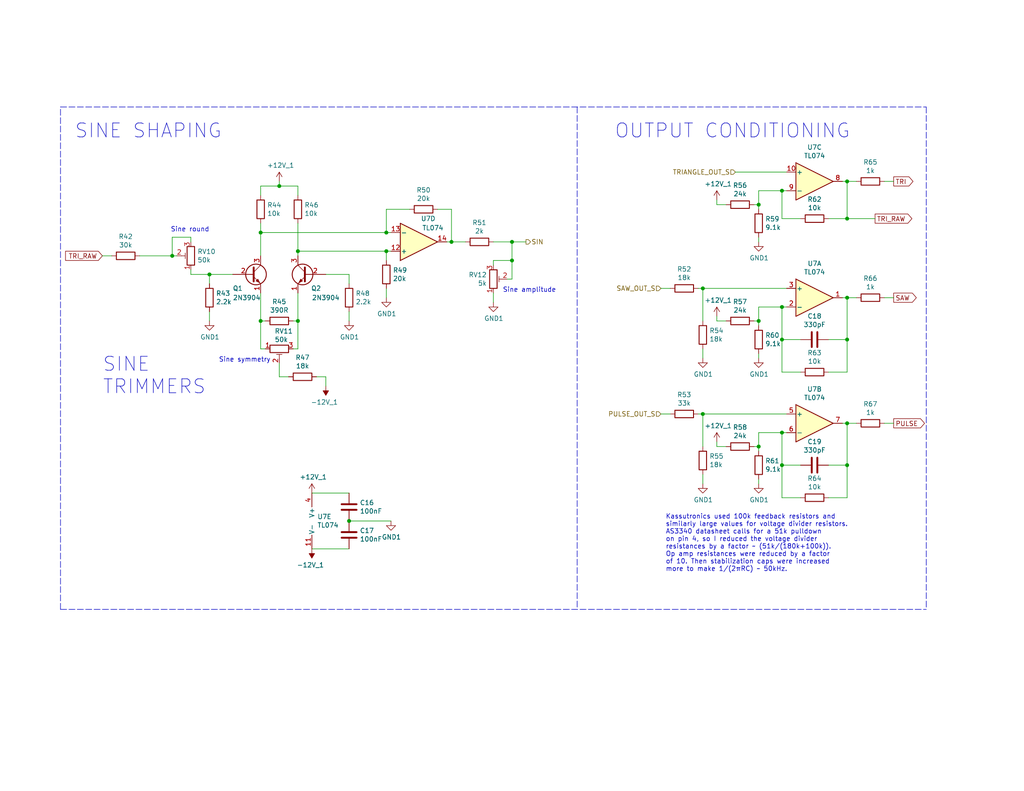
<source format=kicad_sch>
(kicad_sch (version 20211123) (generator eeschema)
  (paper "USLetter")
  (title_block (title "Sidekick VCO") (date "2022-01-30") (company "Rich Holmes / Analog Output") (comment 1 "or neighboring rights to this work. Published from United States.") (comment 2 "To the extent possible under law, Richard Holmes has waived all copyright and related ") (comment 3 "Partly based on designs by Kassutronics, Thomas Henry, and LMNC"))
  (lib_symbols
    (symbol "ao_symbols:+12V_1" (power) (pin_names (offset 0))
      (property "Value" "+12V_1" (at 0 3.556 0))
      (symbol "+12V_1_0_1"
        (polyline (pts (xy -0.762 1.27) (xy 0 2.54)))
        (polyline (pts (xy 0 0) (xy 0 2.54)))
        (polyline (pts (xy 0 2.54) (xy 0.762 1.27)))
      )
      (symbol "+12V_1_1_1"
        (pin power_in line (at 0 0 90) (length 0) hide (name "+12V_1") (number "1"))
      )
    )
    (symbol "ao_symbols:-12V_1" (power) (pin_names (offset 0))
      (property "Value" "-12V_1" (at 0 3.81 0))
      (symbol "-12V_1_0_0"
        (pin power_in line (at 0 0 90) (length 0) hide (name "-12V_1") (number "1"))
      )
      (symbol "-12V_1_0_1"
        (polyline (pts (xy 0 0) (xy 0 1.27) (xy 0.762 1.27) (xy 0 2.54) (xy -0.762 1.27) (xy 0 1.27)) (fill (type outline)))
      )
    )
    (symbol "ao_symbols:2N3904" (pin_names (offset 0) hide)
      (property "Reference" "Q" (at 5.08 1.905 0))
      (property "Value" "2N3904" (at 5.08 0 0))
      (symbol "2N3904_0_1"
        (polyline (pts (xy 0.635 0.635) (xy 2.54 2.54)))
        (polyline (pts (xy 0.635 -0.635) (xy 2.54 -2.54) (xy 2.54 -2.54)))
        (polyline (pts (xy 0.635 1.905) (xy 0.635 -1.905) (xy 0.635 -1.905)) (stroke (width 0.508)))
        (polyline (pts (xy 1.27 -1.778) (xy 1.778 -1.27) (xy 2.286 -2.286) (xy 1.27 -1.778) (xy 1.27 -1.778)) (fill (type outline)))
        (circle (center 1.27 0) (radius 2.8194) (stroke (width 0.254)))
      )
      (symbol "2N3904_1_1"
        (pin passive line (at 2.54 -5.08 90) (length 2.54) (name "E") (number "1"))
        (pin passive line (at -5.08 0 0) (length 5.715) (name "B") (number "2"))
        (pin passive line (at 2.54 5.08 270) (length 2.54) (name "C") (number "3"))
      )
    )
    (symbol "ao_symbols:C" (pin_numbers hide) (pin_names (offset 0.254))
      (property "Reference" "C" (at 0.635 2.54 0))
      (property "Value" "C" (at 0.635 -2.54 0))
      (symbol "C_0_1"
        (polyline (pts (xy -2.032 -0.762) (xy 2.032 -0.762)) (stroke (width 0.508)))
        (polyline (pts (xy -2.032 0.762) (xy 2.032 0.762)) (stroke (width 0.508)))
      )
      (symbol "C_1_1"
        (pin passive line (at 0 3.81 270) (length 2.794) (name "~") (number "1"))
        (pin passive line (at 0 -3.81 90) (length 2.794) (name "~") (number "2"))
      )
    )
    (symbol "ao_symbols:R" (pin_numbers hide) (pin_names (offset 0))
      (property "Reference" "R" (at 2.032 0 90))
      (property "Value" "R" (at 0 0 90))
      (symbol "R_0_1"
        (rectangle (start -1.016 -2.54) (end 1.016 2.54) (stroke (width 0.254)))
      )
      (symbol "R_1_1"
        (pin passive line (at 0 3.81 270) (length 1.27) (name "~") (number "1"))
        (pin passive line (at 0 -3.81 90) (length 1.27) (name "~") (number "2"))
      )
    )
    (symbol "ao_symbols:R_POT_TRIM_3296W" (pin_names (offset 1.016) hide)
      (property "Reference" "RV" (at -4.445 0 90))
      (property "Value" "R_POT_TRIM_3296W" (at -2.54 0 90))
      (symbol "R_POT_TRIM_3296W_0_1"
        (polyline (pts (xy 1.524 0.762) (xy 1.524 -0.762)))
        (polyline (pts (xy 2.54 0) (xy 1.524 0)))
        (rectangle (start 1.016 2.54) (end -1.016 -2.54) (stroke (width 0.254)))
      )
      (symbol "R_POT_TRIM_3296W_1_1"
        (pin passive line (at 0 3.81 270) (length 1.27) (name "1") (number "1"))
        (pin passive line (at 3.81 0 180) (length 1.27) (name "2") (number "2"))
        (pin passive line (at 0 -3.81 90) (length 1.27) (name "3") (number "3"))
      )
    )
    (symbol "ao_symbols:TL074" (pin_names (offset 0.127))
      (property "Reference" "U" (at 0 5.08 0))
      (property "Value" "TL074" (at 0 -5.08 0))
      (symbol "TL074_1_1"
        (polyline (pts (xy -5.08 5.08) (xy 5.08 0) (xy -5.08 -5.08) (xy -5.08 5.08)) (stroke (width 0.254)) (fill (type background)))
        (pin output line (at 7.62 0 180) (length 2.54) (name "~") (number "1"))
        (pin input line (at -7.62 -2.54 0) (length 2.54) (name "-") (number "2"))
        (pin input line (at -7.62 2.54 0) (length 2.54) (name "+") (number "3"))
      )
      (symbol "TL074_2_1"
        (polyline (pts (xy -5.08 5.08) (xy 5.08 0) (xy -5.08 -5.08) (xy -5.08 5.08)) (stroke (width 0.254)) (fill (type background)))
        (pin input line (at -7.62 2.54 0) (length 2.54) (name "+") (number "5"))
        (pin input line (at -7.62 -2.54 0) (length 2.54) (name "-") (number "6"))
        (pin output line (at 7.62 0 180) (length 2.54) (name "~") (number "7"))
      )
      (symbol "TL074_3_1"
        (polyline (pts (xy -5.08 5.08) (xy 5.08 0) (xy -5.08 -5.08) (xy -5.08 5.08)) (stroke (width 0.254)) (fill (type background)))
        (pin input line (at -7.62 2.54 0) (length 2.54) (name "+") (number "10"))
        (pin output line (at 7.62 0 180) (length 2.54) (name "~") (number "8"))
        (pin input line (at -7.62 -2.54 0) (length 2.54) (name "-") (number "9"))
      )
      (symbol "TL074_4_1"
        (polyline (pts (xy -5.08 5.08) (xy 5.08 0) (xy -5.08 -5.08) (xy -5.08 5.08)) (stroke (width 0.254)) (fill (type background)))
        (pin input line (at -7.62 2.54 0) (length 2.54) (name "+") (number "12"))
        (pin input line (at -7.62 -2.54 0) (length 2.54) (name "-") (number "13"))
        (pin output line (at 7.62 0 180) (length 2.54) (name "~") (number "14"))
      )
      (symbol "TL074_5_1"
        (pin power_in line (at -2.54 -7.62 90) (length 3.81) (name "V-") (number "11"))
        (pin power_in line (at -2.54 7.62 270) (length 3.81) (name "V+") (number "4"))
      )
    )
    (symbol "power:GND1" (power) (pin_names (offset 0))
      (property "Value" "GND1" (at 0 -3.81 0))
      (symbol "GND1_0_1"
        (polyline (pts (xy 0 0) (xy 0 -1.27) (xy 1.27 -1.27) (xy 0 -2.54) (xy -1.27 -1.27) (xy 0 -1.27)))
      )
      (symbol "GND1_1_1"
        (pin power_in line (at 0 0 270) (length 0) hide (name "GND1") (number "1"))
      )
    )
  )
  (junction (at 213.36 92.71))
  (junction (at 213.36 118.11))
  (junction (at 231.14 115.57))
  (junction (at 81.28 87.63))
  (junction (at 231.14 127))
  (junction (at 231.14 49.53))
  (junction (at 46.99 69.85))
  (junction (at 191.77 113.03))
  (junction (at 207.01 121.92))
  (junction (at 213.36 127))
  (junction (at 57.15 74.93))
  (junction (at 71.12 63.5))
  (junction (at 81.28 68.58))
  (junction (at 231.14 92.71))
  (junction (at 105.41 68.58))
  (junction (at 139.7 71.12))
  (junction (at 231.14 59.69))
  (junction (at 213.36 52.07))
  (junction (at 207.01 55.88))
  (junction (at 231.14 81.28))
  (junction (at 139.7 66.04))
  (junction (at 207.01 87.63))
  (junction (at 191.77 78.74))
  (junction (at 71.12 87.63))
  (junction (at 76.2 50.8))
  (junction (at 213.36 83.82))
  (junction (at 95.25 142.24))
  (junction (at 105.41 63.5))
  (junction (at 123.19 66.04))
  (wire (pts (xy 231.14 49.53) (xy 229.87 49.53)))
  (wire (pts (xy 207.01 83.82) (xy 213.36 83.82)))
  (wire (pts (xy 213.36 135.89) (xy 213.36 127)))
  (wire (pts (xy 52.07 64.77) (xy 46.99 64.77)))
  (wire (pts (xy 191.77 121.92) (xy 191.77 113.03)))
  (wire (pts (xy 139.7 71.12) (xy 139.7 76.2)))
  (wire (pts (xy 207.01 64.77) (xy 207.01 66.04)))
  (wire (pts (xy 134.62 71.12) (xy 139.7 71.12)))
  (wire (pts (xy 76.2 99.06) (xy 76.2 102.87)))
  (wire (pts (xy 106.68 142.24) (xy 95.25 142.24)))
  (wire (pts (xy 213.36 118.11) (xy 214.63 118.11)))
  (wire (pts (xy 119.38 57.15) (xy 123.19 57.15)))
  (wire (pts (xy 205.74 121.92) (xy 207.01 121.92)))
  (wire (pts (xy 229.87 81.28) (xy 231.14 81.28)))
  (wire (pts (xy 123.19 57.15) (xy 123.19 66.04)))
  (wire (pts (xy 190.5 78.74) (xy 191.77 78.74)))
  (wire (pts (xy 105.41 78.74) (xy 105.41 81.28)))
  (wire (pts (xy 52.07 74.93) (xy 57.15 74.93)))
  (wire (pts (xy 213.36 101.6) (xy 213.36 92.71)))
  (wire (pts (xy 139.7 66.04) (xy 143.51 66.04)))
  (polyline (pts (xy 157.48 29.21) (xy 157.48 166.37)))
  (wire (pts (xy 213.36 59.69) (xy 218.44 59.69)))
  (wire (pts (xy 123.19 66.04) (xy 121.92 66.04)))
  (wire (pts (xy 88.9 74.93) (xy 95.25 74.93)))
  (wire (pts (xy 134.62 71.12) (xy 134.62 72.39)))
  (polyline (pts (xy 252.73 29.21) (xy 252.73 166.37)))
  (wire (pts (xy 80.01 95.25) (xy 81.28 95.25)))
  (wire (pts (xy 207.01 57.15) (xy 207.01 55.88)))
  (wire (pts (xy 231.14 127) (xy 231.14 135.89)))
  (wire (pts (xy 71.12 63.5) (xy 71.12 60.96)))
  (wire (pts (xy 81.28 69.85) (xy 81.28 68.58)))
  (wire (pts (xy 191.77 132.08) (xy 191.77 129.54)))
  (wire (pts (xy 71.12 69.85) (xy 71.12 63.5)))
  (wire (pts (xy 231.14 115.57) (xy 231.14 127)))
  (wire (pts (xy 95.25 74.93) (xy 95.25 77.47)))
  (wire (pts (xy 231.14 81.28) (xy 231.14 92.71)))
  (wire (pts (xy 139.7 76.2) (xy 138.43 76.2)))
  (wire (pts (xy 57.15 74.93) (xy 57.15 77.47)))
  (wire (pts (xy 218.44 92.71) (xy 213.36 92.71)))
  (wire (pts (xy 226.06 127) (xy 231.14 127)))
  (wire (pts (xy 71.12 63.5) (xy 105.41 63.5)))
  (wire (pts (xy 191.77 87.63) (xy 191.77 78.74)))
  (wire (pts (xy 207.01 55.88) (xy 207.01 52.07)))
  (wire (pts (xy 52.07 64.77) (xy 52.07 66.04)))
  (polyline (pts (xy 16.51 166.37) (xy 252.73 166.37)))
  (wire (pts (xy 46.99 64.77) (xy 46.99 69.85)))
  (wire (pts (xy 213.36 83.82) (xy 214.63 83.82)))
  (wire (pts (xy 231.14 115.57) (xy 229.87 115.57)))
  (wire (pts (xy 195.58 54.61) (xy 195.58 55.88)))
  (wire (pts (xy 231.14 92.71) (xy 231.14 101.6)))
  (wire (pts (xy 195.58 55.88) (xy 198.12 55.88)))
  (wire (pts (xy 195.58 120.65) (xy 195.58 121.92)))
  (wire (pts (xy 86.36 102.87) (xy 88.9 102.87)))
  (wire (pts (xy 218.44 101.6) (xy 213.36 101.6)))
  (wire (pts (xy 57.15 85.09) (xy 57.15 87.63)))
  (wire (pts (xy 207.01 87.63) (xy 207.01 83.82)))
  (wire (pts (xy 231.14 59.69) (xy 231.14 49.53)))
  (wire (pts (xy 72.39 87.63) (xy 71.12 87.63)))
  (wire (pts (xy 111.76 57.15) (xy 105.41 57.15)))
  (wire (pts (xy 195.58 87.63) (xy 198.12 87.63)))
  (wire (pts (xy 180.34 78.74) (xy 182.88 78.74)))
  (wire (pts (xy 195.58 121.92) (xy 198.12 121.92)))
  (wire (pts (xy 81.28 53.34) (xy 81.28 50.8)))
  (wire (pts (xy 71.12 87.63) (xy 71.12 95.25)))
  (wire (pts (xy 207.01 130.81) (xy 207.01 132.08)))
  (wire (pts (xy 231.14 81.28) (xy 233.68 81.28)))
  (wire (pts (xy 134.62 66.04) (xy 139.7 66.04)))
  (wire (pts (xy 134.62 82.55) (xy 134.62 80.01)))
  (wire (pts (xy 80.01 87.63) (xy 81.28 87.63)))
  (wire (pts (xy 207.01 121.92) (xy 207.01 118.11)))
  (wire (pts (xy 191.77 78.74) (xy 214.63 78.74)))
  (wire (pts (xy 207.01 52.07) (xy 213.36 52.07)))
  (wire (pts (xy 27.94 69.85) (xy 30.48 69.85)))
  (wire (pts (xy 207.01 118.11) (xy 213.36 118.11)))
  (wire (pts (xy 81.28 87.63) (xy 81.28 95.25)))
  (wire (pts (xy 190.5 113.03) (xy 191.77 113.03)))
  (wire (pts (xy 105.41 68.58) (xy 106.68 68.58)))
  (wire (pts (xy 85.09 134.62) (xy 95.25 134.62)))
  (wire (pts (xy 226.06 59.69) (xy 231.14 59.69)))
  (wire (pts (xy 46.99 69.85) (xy 48.26 69.85)))
  (wire (pts (xy 205.74 87.63) (xy 207.01 87.63)))
  (wire (pts (xy 71.12 80.01) (xy 71.12 87.63)))
  (wire (pts (xy 231.14 135.89) (xy 226.06 135.89)))
  (wire (pts (xy 105.41 71.12) (xy 105.41 68.58)))
  (wire (pts (xy 226.06 92.71) (xy 231.14 92.71)))
  (wire (pts (xy 76.2 49.53) (xy 76.2 50.8)))
  (polyline (pts (xy 16.51 166.37) (xy 16.51 29.21)))
  (wire (pts (xy 52.07 74.93) (xy 52.07 73.66)))
  (wire (pts (xy 81.28 50.8) (xy 76.2 50.8)))
  (wire (pts (xy 238.76 59.69) (xy 231.14 59.69)))
  (wire (pts (xy 71.12 95.25) (xy 72.39 95.25)))
  (polyline (pts (xy 16.51 29.21) (xy 252.73 29.21)))
  (wire (pts (xy 241.3 49.53) (xy 243.84 49.53)))
  (wire (pts (xy 191.77 113.03) (xy 214.63 113.03)))
  (wire (pts (xy 57.15 74.93) (xy 63.5 74.93)))
  (wire (pts (xy 205.74 55.88) (xy 207.01 55.88)))
  (wire (pts (xy 95.25 85.09) (xy 95.25 87.63)))
  (wire (pts (xy 123.19 66.04) (xy 127 66.04)))
  (wire (pts (xy 81.28 80.01) (xy 81.28 87.63)))
  (wire (pts (xy 78.74 102.87) (xy 76.2 102.87)))
  (wire (pts (xy 180.34 113.03) (xy 182.88 113.03)))
  (wire (pts (xy 213.36 127) (xy 213.36 118.11)))
  (wire (pts (xy 243.84 115.57) (xy 241.3 115.57)))
  (wire (pts (xy 200.66 46.99) (xy 214.63 46.99)))
  (wire (pts (xy 71.12 50.8) (xy 76.2 50.8)))
  (wire (pts (xy 207.01 88.9) (xy 207.01 87.63)))
  (wire (pts (xy 213.36 92.71) (xy 213.36 83.82)))
  (wire (pts (xy 207.01 96.52) (xy 207.01 97.79)))
  (wire (pts (xy 81.28 68.58) (xy 105.41 68.58)))
  (wire (pts (xy 243.84 81.28) (xy 241.3 81.28)))
  (wire (pts (xy 214.63 52.07) (xy 213.36 52.07)))
  (wire (pts (xy 231.14 49.53) (xy 233.68 49.53)))
  (wire (pts (xy 71.12 53.34) (xy 71.12 50.8)))
  (wire (pts (xy 81.28 68.58) (xy 81.28 60.96)))
  (wire (pts (xy 105.41 63.5) (xy 106.68 63.5)))
  (wire (pts (xy 218.44 135.89) (xy 213.36 135.89)))
  (wire (pts (xy 207.01 123.19) (xy 207.01 121.92)))
  (wire (pts (xy 231.14 101.6) (xy 226.06 101.6)))
  (wire (pts (xy 85.09 149.86) (xy 95.25 149.86)))
  (wire (pts (xy 105.41 57.15) (xy 105.41 63.5)))
  (wire (pts (xy 233.68 115.57) (xy 231.14 115.57)))
  (wire (pts (xy 218.44 127) (xy 213.36 127)))
  (wire (pts (xy 38.1 69.85) (xy 46.99 69.85)))
  (wire (pts (xy 195.58 86.36) (xy 195.58 87.63)))
  (wire (pts (xy 191.77 97.79) (xy 191.77 95.25)))
  (wire (pts (xy 88.9 102.87) (xy 88.9 105.41)))
  (wire (pts (xy 213.36 52.07) (xy 213.36 59.69)))
  (wire (pts (xy 139.7 71.12) (xy 139.7 66.04)))
  (text "OUTPUT CONDITIONING" (at 167.64 38.1 0) (effects (font (size 3.81 3.81)) (justify left bottom)))
  (text "Sine amplitude" (at 137.16 80.01 0) (effects (font (size 1.27 1.27)) (justify left bottom)))
  (text "SINE\nTRIMMERS" (at 27.94 107.95 0) (effects (font (size 3.81 3.81)) (justify left bottom)))
  (text "Kassutronics used 100k feedback resistors and\nsimilarly large values for voltage divider resistors. \nAS3340 datasheet calls for a 51k pulldown \non pin 4, so I reduced the voltage divider \nresistances by a factor ~ (51k/(180k+100k)). \nOp amp resistances were reduced by a factor \nof 10. Then stabilization caps were increased \nmore to make 1/(2πRC) ~ 50kHz." (at 181.61 156.21 0) (effects (font (size 1.27 1.27)) (justify left bottom)))
  (text "SINE SHAPING" (at 20.32 38.1 0) (effects (font (size 3.81 3.81)) (justify left bottom)))
  (text "Sine symmetry" (at 59.69 99.06 0) (effects (font (size 1.27 1.27)) (justify left bottom)))
  (text "Sine round" (at 57.15 63.5 180) (effects (font (size 1.27 1.27)) (justify right bottom)))
  (global_label "TRI_RAW" (shape input) (at 27.94 69.85 180) (property "Intersheet References" "${INTERSHEET_REFS}" (effects hide)))
  (global_label "TRI" (shape output) (at 243.84 49.53 0) (property "Intersheet References" "${INTERSHEET_REFS}" (effects hide)))
  (global_label "PULSE" (shape output) (at 243.84 115.57 0) (property "Intersheet References" "${INTERSHEET_REFS}" (effects hide)))
  (global_label "TRI_RAW" (shape output) (at 238.76 59.69 0) (property "Intersheet References" "${INTERSHEET_REFS}" (effects hide)))
  (global_label "SAW" (shape output) (at 243.84 81.28 0) (property "Intersheet References" "${INTERSHEET_REFS}" (effects hide)))
  (hierarchical_label "SIN" (shape output) (at 143.51 66.04 0))
  (hierarchical_label "SAW_OUT_S" (shape input) (at 180.34 78.74 180))
  (hierarchical_label "TRIANGLE_OUT_S" (shape input) (at 200.66 46.99 180))
  (hierarchical_label "PULSE_OUT_S" (shape input) (at 180.34 113.03 180))
  (symbol (lib_id "ao_symbols:TL074") (at 87.63 142.24 0) (unit 5)
    (property "Reference" "U7" (at 86.5632 141.0716 0) (effects (justify left)))
    (property "Value" "TL074" (at 86.5632 143.383 0) (effects (justify left)))
    (property "Footprint" "ao_tht:DIP-14_W7.62mm_Socket_LongPads" (effects hide))
    (property "Datasheet" "http://www.ti.com/lit/ds/symlink/tl071.pdf" (effects hide))
    (property "Vendor" "Tayda" (effects hide))
    (property "SKU" "A-1138" (effects hide))
  )
  (symbol (lib_id "ao_symbols:R") (at 34.29 69.85 270) (unit 1)
    (property "Reference" "R42" (at 34.29 64.5922 90))
    (property "Value" "30k" (at 34.29 66.9036 90))
    (property "Footprint" "ao_tht:R_Axial_DIN0207_L6.3mm_D2.5mm_P10.16mm_Horizontal" (effects hide))
    (property "Vendor" "Tayda" (effects hide))
  )
  (symbol (lib_id "ao_symbols:R") (at 57.15 81.28 0) (unit 1)
    (property "Reference" "R43" (at 58.928 80.1116 0) (effects (justify left)))
    (property "Value" "2.2k" (at 58.928 82.423 0) (effects (justify left)))
    (property "Footprint" "ao_tht:R_Axial_DIN0207_L6.3mm_D2.5mm_P10.16mm_Horizontal" (effects hide))
    (property "Vendor" "Tayda" (effects hide))
  )
  (symbol (lib_id "ao_symbols:C") (at 95.25 138.43 0) (unit 1)
    (property "Reference" "C16" (at 98.171 137.2616 0) (effects (justify left)))
    (property "Value" "100nF" (at 98.171 139.573 0) (effects (justify left)))
    (property "Footprint" "ao_tht:C_Disc_D3.0mm_W1.6mm_P2.50mm" (effects hide))
    (property "Vendor" "Tayda" (effects hide))
  )
  (symbol (lib_id "ao_symbols:C") (at 95.25 146.05 0) (unit 1)
    (property "Reference" "C17" (at 98.171 144.8816 0) (effects (justify left)))
    (property "Value" "100nF" (at 98.171 147.193 0) (effects (justify left)))
    (property "Footprint" "ao_tht:C_Disc_D3.0mm_W1.6mm_P2.50mm" (effects hide))
    (property "Vendor" "Tayda" (effects hide))
  )
  (symbol (lib_id "ao_symbols:2N3904") (at 68.58 74.93 0) (unit 1)
    (property "Reference" "Q1" (at 63.5 78.74 0) (effects (justify left)))
    (property "Value" "2N3904" (at 85.09 81.28 0) (effects (justify left)))
    (property "Footprint" "ao_tht:TO-92_Inline_Wide" (effects hide))
    (property "Vendor" "Tayda" (effects hide))
    (property "SKU" "A-111" (effects hide))
  )
  (symbol (lib_id "ao_symbols:R") (at 76.2 87.63 270) (unit 1)
    (property "Reference" "R45" (at 76.2 82.3722 90))
    (property "Value" "390R" (at 76.2 84.6836 90))
    (property "Footprint" "ao_tht:R_Axial_DIN0207_L6.3mm_D2.5mm_P10.16mm_Horizontal" (effects hide))
    (property "Vendor" "Tayda" (effects hide))
  )
  (symbol (lib_id "ao_symbols:R") (at 82.55 102.87 270) (unit 1)
    (property "Reference" "R47" (at 82.55 97.6122 90))
    (property "Value" "18k" (at 82.55 99.9236 90))
    (property "Footprint" "ao_tht:R_Axial_DIN0207_L6.3mm_D2.5mm_P10.16mm_Horizontal" (effects hide))
    (property "Vendor" "Tayda" (effects hide))
  )
  (symbol (lib_id "ao_symbols:R") (at 71.12 57.15 0) (mirror y) (unit 1)
    (property "Reference" "R44" (at 72.898 55.9816 0) (effects (justify right)))
    (property "Value" "10k" (at 72.898 58.293 0) (effects (justify right)))
    (property "Footprint" "ao_tht:R_Axial_DIN0207_L6.3mm_D2.5mm_P10.16mm_Horizontal" (effects hide))
    (property "Vendor" "Tayda" (effects hide))
  )
  (symbol (lib_id "ao_symbols:2N3904") (at 83.82 74.93 0) (mirror y) (unit 1)
    (property "Reference" "Q2" (at 87.63 78.74 0) (effects (justify left)))
    (property "Value" "2N3904" (at 71.12 81.28 0) (effects (justify left)))
    (property "Footprint" "ao_tht:TO-92_Inline_Wide" (effects hide))
    (property "Vendor" "Tayda" (effects hide))
    (property "SKU" "A-111" (effects hide))
  )
  (symbol (lib_id "ao_symbols:R") (at 81.28 57.15 0) (unit 1)
    (property "Reference" "R46" (at 83.058 55.9816 0) (effects (justify left)))
    (property "Value" "10k" (at 83.058 58.293 0) (effects (justify left)))
    (property "Footprint" "ao_tht:R_Axial_DIN0207_L6.3mm_D2.5mm_P10.16mm_Horizontal" (effects hide))
    (property "Vendor" "Tayda" (effects hide))
  )
  (symbol (lib_id "ao_symbols:R") (at 95.25 81.28 0) (unit 1)
    (property "Reference" "R48" (at 97.028 80.1116 0) (effects (justify left)))
    (property "Value" "2.2k" (at 97.028 82.423 0) (effects (justify left)))
    (property "Footprint" "ao_tht:R_Axial_DIN0207_L6.3mm_D2.5mm_P10.16mm_Horizontal" (effects hide))
    (property "Vendor" "Tayda" (effects hide))
  )
  (symbol (lib_id "ao_symbols:R") (at 115.57 57.15 270) (unit 1)
    (property "Reference" "R50" (at 115.57 51.8922 90))
    (property "Value" "20k" (at 115.57 54.2036 90))
    (property "Footprint" "ao_tht:R_Axial_DIN0207_L6.3mm_D2.5mm_P10.16mm_Horizontal" (effects hide))
    (property "Vendor" "Tayda" (effects hide))
  )
  (symbol (lib_id "ao_symbols:R") (at 105.41 74.93 0) (unit 1)
    (property "Reference" "R49" (at 107.188 73.7616 0) (effects (justify left)))
    (property "Value" "20k" (at 107.188 76.073 0) (effects (justify left)))
    (property "Footprint" "ao_tht:R_Axial_DIN0207_L6.3mm_D2.5mm_P10.16mm_Horizontal" (effects hide))
    (property "Vendor" "Tayda" (effects hide))
  )
  (symbol (lib_id "power:GND1") (at 106.68 142.24 0) (unit 1)
    (property "Reference" "#PWR070" (effects hide))
    (property "Value" "GND1" (at 106.807 146.6342 0))
  )
  (symbol (lib_id "power:GND1") (at 207.01 66.04 0) (unit 1)
    (property "Reference" "#PWR077" (effects hide))
    (property "Value" "GND1" (at 207.137 70.4342 0))
  )
  (symbol (lib_id "power:GND1") (at 191.77 97.79 0) (unit 1)
    (property "Reference" "#PWR072" (effects hide))
    (property "Value" "GND1" (at 191.897 102.1842 0))
  )
  (symbol (lib_id "power:GND1") (at 207.01 97.79 0) (unit 1)
    (property "Reference" "#PWR078" (effects hide))
    (property "Value" "GND1" (at 207.137 102.1842 0))
  )
  (symbol (lib_id "power:GND1") (at 191.77 132.08 0) (unit 1)
    (property "Reference" "#PWR073" (effects hide))
    (property "Value" "GND1" (at 191.897 136.4742 0))
  )
  (symbol (lib_id "power:GND1") (at 207.01 132.08 0) (unit 1)
    (property "Reference" "#PWR079" (effects hide))
    (property "Value" "GND1" (at 207.137 136.4742 0))
  )
  (symbol (lib_id "ao_symbols:R") (at 207.01 92.71 0) (unit 1)
    (property "Reference" "R60" (at 208.788 91.5416 0) (effects (justify left)))
    (property "Value" "9.1k" (at 208.788 93.853 0) (effects (justify left)))
    (property "Footprint" "ao_tht:R_Axial_DIN0207_L6.3mm_D2.5mm_P10.16mm_Horizontal" (effects hide))
    (property "Vendor" "Tayda" (effects hide))
  )
  (symbol (lib_id "ao_symbols:R") (at 207.01 127 0) (unit 1)
    (property "Reference" "R61" (at 208.788 125.8316 0) (effects (justify left)))
    (property "Value" "9.1k" (at 208.788 128.143 0) (effects (justify left)))
    (property "Footprint" "ao_tht:R_Axial_DIN0207_L6.3mm_D2.5mm_P10.16mm_Horizontal" (effects hide))
    (property "Vendor" "Tayda" (effects hide))
  )
  (symbol (lib_id "ao_symbols:R") (at 222.25 101.6 270) (unit 1)
    (property "Reference" "R63" (at 222.25 96.3422 90))
    (property "Value" "10k" (at 222.25 98.6536 90))
    (property "Footprint" "ao_tht:R_Axial_DIN0207_L6.3mm_D2.5mm_P10.16mm_Horizontal" (effects hide))
    (property "Vendor" "Tayda" (effects hide))
  )
  (symbol (lib_id "ao_symbols:R") (at 222.25 135.89 270) (unit 1)
    (property "Reference" "R64" (at 222.25 130.6322 90))
    (property "Value" "10k" (at 222.25 132.9436 90))
    (property "Footprint" "ao_tht:R_Axial_DIN0207_L6.3mm_D2.5mm_P10.16mm_Horizontal" (effects hide))
    (property "Vendor" "Tayda" (effects hide))
  )
  (symbol (lib_id "ao_symbols:R") (at 237.49 81.28 270) (unit 1)
    (property "Reference" "R66" (at 237.49 76.0222 90))
    (property "Value" "1k" (at 237.49 78.3336 90))
    (property "Footprint" "ao_tht:R_Axial_DIN0207_L6.3mm_D2.5mm_P10.16mm_Horizontal" (effects hide))
    (property "Vendor" "Tayda" (effects hide))
  )
  (symbol (lib_id "ao_symbols:R") (at 237.49 115.57 270) (unit 1)
    (property "Reference" "R67" (at 237.49 110.3122 90))
    (property "Value" "1k" (at 237.49 112.6236 90))
    (property "Footprint" "ao_tht:R_Axial_DIN0207_L6.3mm_D2.5mm_P10.16mm_Horizontal" (effects hide))
    (property "Vendor" "Tayda" (effects hide))
  )
  (symbol (lib_id "ao_symbols:+12V_1") (at 195.58 54.61 0) (unit 1)
    (property "Reference" "#PWR074" (effects hide))
    (property "Value" "+12V_1" (at 195.961 50.2158 0))
  )
  (symbol (lib_id "ao_symbols:+12V_1") (at 76.2 49.53 0) (unit 1)
    (property "Reference" "#PWR019" (effects hide))
    (property "Value" "+12V_1" (at 76.581 45.1358 0))
  )
  (symbol (lib_id "ao_symbols:+12V_1") (at 85.09 134.62 0) (unit 1)
    (property "Reference" "#PWR035" (effects hide))
    (property "Value" "+12V_1" (at 85.471 130.2258 0))
  )
  (symbol (lib_id "ao_symbols:+12V_1") (at 195.58 86.36 0) (unit 1)
    (property "Reference" "#PWR075" (effects hide))
    (property "Value" "+12V_1" (at 195.961 81.9658 0))
  )
  (symbol (lib_id "ao_symbols:+12V_1") (at 195.58 120.65 0) (unit 1)
    (property "Reference" "#PWR076" (effects hide))
    (property "Value" "+12V_1" (at 195.961 116.2558 0))
  )
  (symbol (lib_id "power:GND1") (at 105.41 81.28 0) (unit 1)
    (property "Reference" "#PWR069" (effects hide))
    (property "Value" "GND1" (at 105.537 85.6742 0))
  )
  (symbol (lib_id "power:GND1") (at 95.25 87.63 0) (unit 1)
    (property "Reference" "#PWR043" (effects hide))
    (property "Value" "GND1" (at 95.377 92.0242 0))
  )
  (symbol (lib_id "power:GND1") (at 57.15 87.63 0) (unit 1)
    (property "Reference" "#PWR018" (effects hide))
    (property "Value" "GND1" (at 57.277 92.0242 0))
  )
  (symbol (lib_id "ao_symbols:-12V_1") (at 85.09 149.86 180) (unit 1)
    (property "Reference" "#PWR036" (effects hide))
    (property "Value" "-12V_1" (at 84.709 154.2542 0))
  )
  (symbol (lib_id "ao_symbols:-12V_1") (at 88.9 105.41 180) (unit 1)
    (property "Reference" "#PWR038" (effects hide))
    (property "Value" "-12V_1" (at 88.519 109.8042 0))
  )
  (symbol (lib_id "ao_symbols:TL074") (at 222.25 115.57 0) (unit 2)
    (property "Reference" "U7" (at 222.25 106.2482 0))
    (property "Value" "TL074" (at 222.25 108.5596 0))
    (property "Footprint" "ao_tht:DIP-14_W7.62mm_Socket_LongPads" (effects hide))
    (property "Datasheet" "http://www.ti.com/lit/ds/symlink/tl071.pdf" (effects hide))
    (property "Vendor" "Tayda" (effects hide))
    (property "SKU" "A-1138" (effects hide))
  )
  (symbol (lib_id "ao_symbols:TL074") (at 222.25 49.53 0) (unit 3)
    (property "Reference" "U7" (at 222.25 40.2082 0))
    (property "Value" "TL074" (at 222.25 42.5196 0))
    (property "Footprint" "ao_tht:DIP-14_W7.62mm_Socket_LongPads" (effects hide))
    (property "Datasheet" "http://www.ti.com/lit/ds/symlink/tl071.pdf" (effects hide))
    (property "Vendor" "Tayda" (effects hide))
    (property "SKU" "A-1138" (effects hide))
  )
  (symbol (lib_id "ao_symbols:TL074") (at 222.25 81.28 0) (unit 1)
    (property "Reference" "U7" (at 222.25 71.9582 0))
    (property "Value" "TL074" (at 222.25 74.2696 0))
    (property "Footprint" "ao_tht:DIP-14_W7.62mm_Socket_LongPads" (effects hide))
    (property "Datasheet" "http://www.ti.com/lit/ds/symlink/tl071.pdf" (effects hide))
    (property "Vendor" "Tayda" (effects hide))
    (property "SKU" "A-1138" (effects hide))
  )
  (symbol (lib_id "ao_symbols:R") (at 201.93 55.88 270) (unit 1)
    (property "Reference" "R56" (at 201.93 50.6222 90))
    (property "Value" "24k" (at 201.93 52.9336 90))
    (property "Footprint" "ao_tht:R_Axial_DIN0207_L6.3mm_D2.5mm_P10.16mm_Horizontal" (effects hide))
    (property "Vendor" "Tayda" (effects hide))
  )
  (symbol (lib_id "ao_symbols:R") (at 222.25 59.69 270) (unit 1)
    (property "Reference" "R62" (at 222.25 54.4322 90))
    (property "Value" "10k" (at 222.25 56.7436 90))
    (property "Footprint" "ao_tht:R_Axial_DIN0207_L6.3mm_D2.5mm_P10.16mm_Horizontal" (effects hide))
    (property "Vendor" "Tayda" (effects hide))
  )
  (symbol (lib_id "ao_symbols:R") (at 237.49 49.53 270) (unit 1)
    (property "Reference" "R65" (at 237.49 44.2722 90))
    (property "Value" "1k" (at 237.49 46.5836 90))
    (property "Footprint" "ao_tht:R_Axial_DIN0207_L6.3mm_D2.5mm_P10.16mm_Horizontal" (effects hide))
    (property "Vendor" "Tayda" (effects hide))
  )
  (symbol (lib_id "ao_symbols:R") (at 186.69 78.74 270) (unit 1)
    (property "Reference" "R52" (at 186.69 73.4822 90))
    (property "Value" "18k" (at 186.69 75.7936 90))
    (property "Footprint" "ao_tht:R_Axial_DIN0207_L6.3mm_D2.5mm_P10.16mm_Horizontal" (effects hide))
    (property "Vendor" "Tayda" (effects hide))
  )
  (symbol (lib_id "ao_symbols:C") (at 222.25 92.71 270) (unit 1)
    (property "Reference" "C18" (at 222.25 86.3092 90))
    (property "Value" "330pF" (at 222.25 88.6206 90))
    (property "Footprint" "ao_tht:C_Disc_D3.0mm_W1.6mm_P2.50mm" (effects hide))
    (property "Vendor" "Tayda" (effects hide))
  )
  (symbol (lib_id "ao_symbols:R") (at 207.01 60.96 0) (unit 1)
    (property "Reference" "R59" (at 208.788 59.7916 0) (effects (justify left)))
    (property "Value" "9.1k" (at 208.788 62.103 0) (effects (justify left)))
    (property "Footprint" "ao_tht:R_Axial_DIN0207_L6.3mm_D2.5mm_P10.16mm_Horizontal" (effects hide))
    (property "Vendor" "Tayda" (effects hide))
  )
  (symbol (lib_id "ao_symbols:R") (at 201.93 87.63 270) (unit 1)
    (property "Reference" "R57" (at 201.93 82.3722 90))
    (property "Value" "24k" (at 201.93 84.6836 90))
    (property "Footprint" "ao_tht:R_Axial_DIN0207_L6.3mm_D2.5mm_P10.16mm_Horizontal" (effects hide))
    (property "Vendor" "Tayda" (effects hide))
  )
  (symbol (lib_id "ao_symbols:R") (at 186.69 113.03 270) (unit 1)
    (property "Reference" "R53" (at 186.69 107.7722 90))
    (property "Value" "33k" (at 186.69 110.0836 90))
    (property "Footprint" "ao_tht:R_Axial_DIN0207_L6.3mm_D2.5mm_P10.16mm_Horizontal" (effects hide))
    (property "Vendor" "Tayda" (effects hide))
  )
  (symbol (lib_id "ao_symbols:R") (at 201.93 121.92 270) (unit 1)
    (property "Reference" "R58" (at 201.93 116.6622 90))
    (property "Value" "24k" (at 201.93 118.9736 90))
    (property "Footprint" "ao_tht:R_Axial_DIN0207_L6.3mm_D2.5mm_P10.16mm_Horizontal" (effects hide))
    (property "Vendor" "Tayda" (effects hide))
  )
  (symbol (lib_id "ao_symbols:C") (at 222.25 127 270) (unit 1)
    (property "Reference" "C19" (at 222.25 120.5992 90))
    (property "Value" "330pF" (at 222.25 122.9106 90))
    (property "Footprint" "ao_tht:C_Disc_D3.0mm_W1.6mm_P2.50mm" (effects hide))
    (property "Vendor" "Tayda" (effects hide))
  )
  (symbol (lib_id "ao_symbols:R") (at 191.77 91.44 0) (unit 1)
    (property "Reference" "R54" (at 193.548 90.2716 0) (effects (justify left)))
    (property "Value" "18k" (at 193.548 92.583 0) (effects (justify left)))
    (property "Footprint" "ao_tht:R_Axial_DIN0207_L6.3mm_D2.5mm_P10.16mm_Horizontal" (effects hide))
    (property "Vendor" "Tayda" (effects hide))
  )
  (symbol (lib_id "ao_symbols:R") (at 191.77 125.73 0) (unit 1)
    (property "Reference" "R55" (at 193.548 124.5616 0) (effects (justify left)))
    (property "Value" "18k" (at 193.548 126.873 0) (effects (justify left)))
    (property "Footprint" "ao_tht:R_Axial_DIN0207_L6.3mm_D2.5mm_P10.16mm_Horizontal" (effects hide))
    (property "Vendor" "Tayda" (effects hide))
  )
  (symbol (lib_id "ao_symbols:TL074") (at 114.3 66.04 0) (mirror x) (unit 4)
    (property "Reference" "U7" (at 116.84 59.69 0))
    (property "Value" "TL074" (at 118.11 62.23 0))
    (property "Footprint" "ao_tht:DIP-14_W7.62mm_Socket_LongPads" (effects hide))
    (property "Datasheet" "http://www.ti.com/lit/ds/symlink/tl071.pdf" (effects hide))
    (property "Vendor" "Tayda" (effects hide))
    (property "SKU" "A-1138" (effects hide))
  )
  (symbol (lib_id "ao_symbols:R") (at 130.81 66.04 270) (unit 1)
    (property "Reference" "R51" (at 130.81 60.7822 90))
    (property "Value" "2k" (at 130.81 63.0936 90))
    (property "Footprint" "ao_tht:R_Axial_DIN0207_L6.3mm_D2.5mm_P10.16mm_Horizontal" (effects hide))
    (property "Vendor" "Tayda" (effects hide))
  )
  (symbol (lib_id "power:GND1") (at 134.62 82.55 0) (unit 1)
    (property "Reference" "#PWR071" (effects hide))
    (property "Value" "GND1" (at 134.747 86.9442 0))
  )
  (symbol (lib_id "ao_symbols:R_POT_TRIM_3296W") (at 52.07 69.85 180) (unit 1)
    (property "Reference" "RV10" (at 53.848 68.6816 0) (effects (justify right)))
    (property "Value" "50k" (at 53.848 70.993 0) (effects (justify right)))
    (property "Footprint" "ao_tht:Potentiometer_Bourns_3296W_Vertical_screw_centered" (effects hide))
    (property "Vendor" "Tayda" (effects hide))
  )
  (symbol (lib_id "ao_symbols:R_POT_TRIM_3296W") (at 134.62 76.2 0) (mirror x) (unit 1)
    (property "Reference" "RV12" (at 132.842 75.0316 0) (effects (justify right)))
    (property "Value" "5k" (at 132.842 77.343 0) (effects (justify right)))
    (property "Footprint" "ao_tht:Potentiometer_Bourns_3296W_Vertical_screw_centered" (effects hide))
    (property "Vendor" "Tayda" (effects hide))
  )
  (symbol (lib_id "ao_symbols:R_POT_TRIM_3296W") (at 76.2 95.25 90) (mirror x) (unit 1)
    (property "Reference" "RV11" (at 74.93 90.3986 90) (effects (justify right)))
    (property "Value" "50k" (at 74.93 92.71 90) (effects (justify right)))
    (property "Footprint" "ao_tht:Potentiometer_Bourns_3296W_Vertical_screw_centered" (effects hide))
    (property "Vendor" "Tayda" (effects hide))
  )
)
</source>
